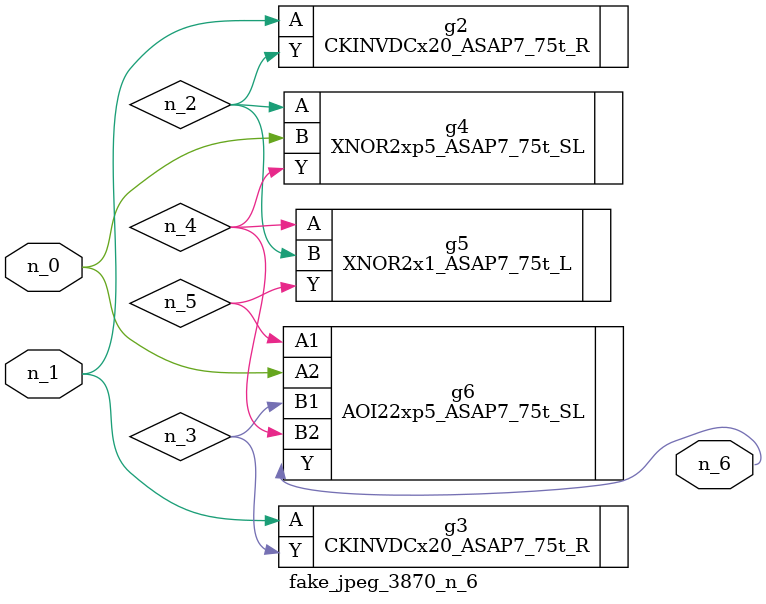
<source format=v>
module fake_jpeg_3870_n_6 (n_0, n_1, n_6);

input n_0;
input n_1;

output n_6;

wire n_2;
wire n_3;
wire n_4;
wire n_5;

CKINVDCx20_ASAP7_75t_R g2 ( 
.A(n_1),
.Y(n_2)
);

CKINVDCx20_ASAP7_75t_R g3 ( 
.A(n_1),
.Y(n_3)
);

XNOR2xp5_ASAP7_75t_SL g4 ( 
.A(n_2),
.B(n_0),
.Y(n_4)
);

XNOR2x1_ASAP7_75t_L g5 ( 
.A(n_4),
.B(n_2),
.Y(n_5)
);

AOI22xp5_ASAP7_75t_SL g6 ( 
.A1(n_5),
.A2(n_0),
.B1(n_3),
.B2(n_4),
.Y(n_6)
);


endmodule
</source>
